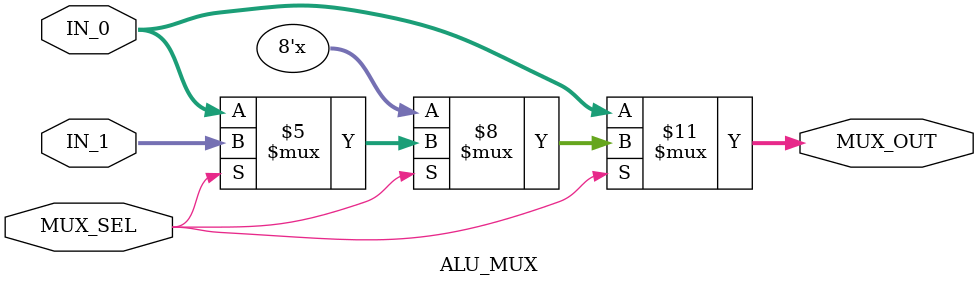
<source format=sv>
`timescale 1ns / 1ps


module ALU_MUX(
output logic [7:0] MUX_OUT,
    input MUX_SEL,
    input [7:0] IN_0,
    input [7:0] IN_1
    );
    
    always_comb
    begin
        if(MUX_SEL == 0)
            MUX_OUT = IN_0;
        else if(MUX_SEL == 1)
            MUX_OUT = IN_1;
        else
            MUX_OUT = IN_0;
    end
endmodule


</source>
